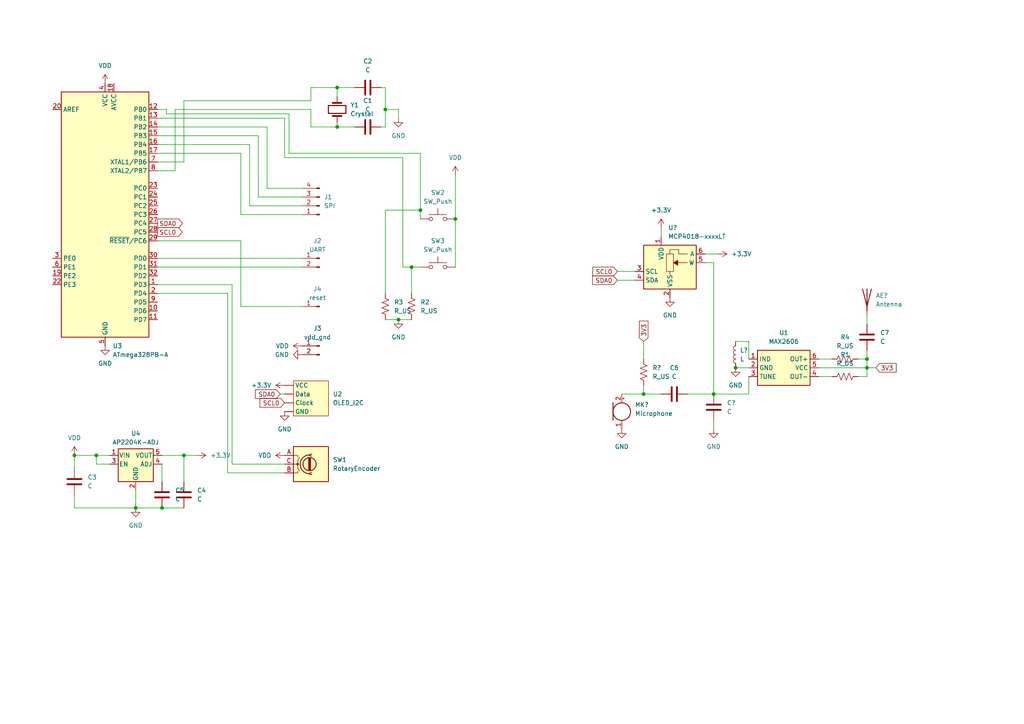
<source format=kicad_sch>
(kicad_sch (version 20230121) (generator eeschema)
  (paper "A4")
  (lib_symbols
    (symbol "Connector:Conn_01x01_Pin" (pin_names (offset 1.016) hide)
      (property "Reference" "J" (at 0 2.54 0))
      (property "Value" "Conn_01x01_Pin" (at 0 -2.54 0))
      (symbol "Conn_01x01_Pin_1_1"
        (polyline (pts (xy 1.27 0) (xy 0.8636 0)) (stroke (width 0.1524)))
        (rectangle (start 0.8636 0.127) (end 0 -0.127) (stroke (width 0.1524)) (fill (type outline)))
        (pin passive line (at 5.08 0 180) (length 3.81) (name "Pin_1") (number "1"))
      )
    )
    (symbol "Connector:Conn_01x02_Pin" (pin_names (offset 1.016) hide)
      (property "Reference" "J" (at 0 2.54 0))
      (property "Value" "Conn_01x02_Pin" (at 0 -5.08 0))
      (symbol "Conn_01x02_Pin_1_1"
        (polyline (pts (xy 1.27 -2.54) (xy 0.8636 -2.54)) (stroke (width 0.1524)))
        (polyline (pts (xy 1.27 0) (xy 0.8636 0)) (stroke (width 0.1524)))
        (rectangle (start 0.8636 -2.413) (end 0 -2.667) (stroke (width 0.1524)) (fill (type outline)))
        (rectangle (start 0.8636 0.127) (end 0 -0.127) (stroke (width 0.1524)) (fill (type outline)))
        (pin passive line (at 5.08 0 180) (length 3.81) (name "Pin_1") (number "1"))
        (pin passive line (at 5.08 -2.54 180) (length 3.81) (name "Pin_2") (number "2"))
      )
    )
    (symbol "Connector:Conn_01x04_Pin" (pin_names (offset 1.016) hide)
      (property "Reference" "J" (at 0 5.08 0))
      (property "Value" "Conn_01x04_Pin" (at 0 -7.62 0))
      (symbol "Conn_01x04_Pin_1_1"
        (polyline (pts (xy 1.27 -5.08) (xy 0.8636 -5.08)) (stroke (width 0.1524)))
        (polyline (pts (xy 1.27 -2.54) (xy 0.8636 -2.54)) (stroke (width 0.1524)))
        (polyline (pts (xy 1.27 0) (xy 0.8636 0)) (stroke (width 0.1524)))
        (polyline (pts (xy 1.27 2.54) (xy 0.8636 2.54)) (stroke (width 0.1524)))
        (rectangle (start 0.8636 -4.953) (end 0 -5.207) (stroke (width 0.1524)) (fill (type outline)))
        (rectangle (start 0.8636 -2.413) (end 0 -2.667) (stroke (width 0.1524)) (fill (type outline)))
        (rectangle (start 0.8636 0.127) (end 0 -0.127) (stroke (width 0.1524)) (fill (type outline)))
        (rectangle (start 0.8636 2.667) (end 0 2.413) (stroke (width 0.1524)) (fill (type outline)))
        (pin passive line (at 5.08 2.54 180) (length 3.81) (name "Pin_1") (number "1"))
        (pin passive line (at 5.08 0 180) (length 3.81) (name "Pin_2") (number "2"))
        (pin passive line (at 5.08 -2.54 180) (length 3.81) (name "Pin_3") (number "3"))
        (pin passive line (at 5.08 -5.08 180) (length 3.81) (name "Pin_4") (number "4"))
      )
    )
    (symbol "Device:Antenna" (pin_numbers hide) (pin_names (offset 1.016) hide)
      (property "Reference" "AE" (at -1.905 1.905 0))
      (property "Value" "Antenna" (at -1.905 0 0))
      (symbol "Antenna_0_1"
        (polyline (pts (xy 0 2.54) (xy 0 -3.81)) (stroke (width 0.254)))
        (polyline (pts (xy 1.27 2.54) (xy 0 -2.54) (xy -1.27 2.54)) (stroke (width 0.254)))
      )
      (symbol "Antenna_1_1"
        (pin input line (at 0 -5.08 90) (length 2.54) (name "A") (number "1"))
      )
    )
    (symbol "Device:C" (pin_numbers hide) (pin_names (offset 0.254))
      (property "Reference" "C" (at 0.635 2.54 0))
      (property "Value" "C" (at 0.635 -2.54 0))
      (symbol "C_0_1"
        (polyline (pts (xy -2.032 -0.762) (xy 2.032 -0.762)) (stroke (width 0.508)))
        (polyline (pts (xy -2.032 0.762) (xy 2.032 0.762)) (stroke (width 0.508)))
      )
      (symbol "C_1_1"
        (pin passive line (at 0 3.81 270) (length 2.794) (name "~") (number "1"))
        (pin passive line (at 0 -3.81 90) (length 2.794) (name "~") (number "2"))
      )
    )
    (symbol "Device:Crystal" (pin_numbers hide) (pin_names (offset 1.016) hide)
      (property "Reference" "Y" (at 0 3.81 0))
      (property "Value" "Crystal" (at 0 -3.81 0))
      (symbol "Crystal_0_1"
        (rectangle (start -1.143 2.54) (end 1.143 -2.54) (stroke (width 0.3048)))
        (polyline (pts (xy -2.54 0) (xy -1.905 0)))
        (polyline (pts (xy -1.905 -1.27) (xy -1.905 1.27)) (stroke (width 0.508)))
        (polyline (pts (xy 1.905 -1.27) (xy 1.905 1.27)) (stroke (width 0.508)))
        (polyline (pts (xy 2.54 0) (xy 1.905 0)))
      )
      (symbol "Crystal_1_1"
        (pin passive line (at -3.81 0 0) (length 1.27) (name "1") (number "1"))
        (pin passive line (at 3.81 0 180) (length 1.27) (name "2") (number "2"))
      )
    )
    (symbol "Device:L" (pin_numbers hide) (pin_names (offset 1.016) hide)
      (property "Reference" "L" (at -1.27 0 90))
      (property "Value" "L" (at 1.905 0 90))
      (symbol "L_0_1"
        (arc (start 0 -2.54) (mid 0.6323 -1.905) (end 0 -1.27))
        (arc (start 0 -1.27) (mid 0.6323 -0.635) (end 0 0))
        (arc (start 0 0) (mid 0.6323 0.635) (end 0 1.27))
        (arc (start 0 1.27) (mid 0.6323 1.905) (end 0 2.54))
      )
      (symbol "L_1_1"
        (pin passive line (at 0 3.81 270) (length 1.27) (name "1") (number "1"))
        (pin passive line (at 0 -3.81 90) (length 1.27) (name "2") (number "2"))
      )
    )
    (symbol "Device:Microphone" (pin_names (offset 0.0254) hide)
      (property "Reference" "MK" (at -3.81 1.27 0))
      (property "Value" "Microphone" (at -3.81 -0.635 0))
      (symbol "Microphone_0_1"
        (polyline (pts (xy -2.54 2.54) (xy -2.54 -2.54)) (stroke (width 0.254)))
        (polyline (pts (xy 0.254 3.81) (xy 0.762 3.81)))
        (polyline (pts (xy 0.508 4.064) (xy 0.508 3.556)))
        (circle (center 0 0) (radius 2.54) (stroke (width 0.254)))
      )
      (symbol "Microphone_1_1"
        (pin passive line (at 0 -5.08 90) (length 2.54) (name "-") (number "1"))
        (pin passive line (at 0 5.08 270) (length 2.54) (name "+") (number "2"))
      )
    )
    (symbol "Device:R_US" (pin_numbers hide) (pin_names (offset 0))
      (property "Reference" "R" (at 2.54 0 90))
      (property "Value" "R_US" (at -2.54 0 90))
      (symbol "R_US_0_1"
        (polyline (pts (xy 0 -2.286) (xy 0 -2.54)))
        (polyline (pts (xy 0 2.286) (xy 0 2.54)))
        (polyline (pts (xy 0 -0.762) (xy 1.016 -1.143) (xy 0 -1.524) (xy -1.016 -1.905) (xy 0 -2.286)))
        (polyline (pts (xy 0 0.762) (xy 1.016 0.381) (xy 0 0) (xy -1.016 -0.381) (xy 0 -0.762)))
        (polyline (pts (xy 0 2.286) (xy 1.016 1.905) (xy 0 1.524) (xy -1.016 1.143) (xy 0 0.762)))
      )
      (symbol "R_US_1_1"
        (pin passive line (at 0 3.81 270) (length 1.27) (name "~") (number "1"))
        (pin passive line (at 0 -3.81 90) (length 1.27) (name "~") (number "2"))
      )
    )
    (symbol "Device:RotaryEncoder" (pin_names (offset 0.254) hide)
      (property "Reference" "SW" (at 0 6.604 0))
      (property "Value" "RotaryEncoder" (at 0 -6.604 0))
      (symbol "RotaryEncoder_0_1"
        (rectangle (start -5.08 5.08) (end 5.08 -5.08) (stroke (width 0.254)) (fill (type background)))
        (circle (center -3.81 0) (radius 0.254) (fill (type outline)))
        (circle (center -0.381 0) (radius 1.905) (stroke (width 0.254)))
        (arc (start -0.381 2.667) (mid -3.0988 -0.0635) (end -0.381 -2.794) (stroke (width 0.254)))
        (polyline (pts (xy -0.635 -1.778) (xy -0.635 1.778)) (stroke (width 0.254)))
        (polyline (pts (xy -0.381 -1.778) (xy -0.381 1.778)) (stroke (width 0.254)))
        (polyline (pts (xy -0.127 1.778) (xy -0.127 -1.778)) (stroke (width 0.254)))
        (polyline (pts (xy -5.08 -2.54) (xy -3.81 -2.54) (xy -3.81 -2.032)))
        (polyline (pts (xy -5.08 2.54) (xy -3.81 2.54) (xy -3.81 2.032)))
        (polyline (pts (xy 0.254 -3.048) (xy -0.508 -2.794) (xy 0.127 -2.413)) (stroke (width 0.254)))
        (polyline (pts (xy 0.254 2.921) (xy -0.508 2.667) (xy 0.127 2.286)) (stroke (width 0.254)))
        (polyline (pts (xy -5.08 0) (xy -3.81 0) (xy -3.81 -1.016) (xy -3.302 -2.032)))
        (polyline (pts (xy -4.318 0) (xy -3.81 0) (xy -3.81 1.016) (xy -3.302 2.032)))
      )
      (symbol "RotaryEncoder_1_1"
        (pin passive line (at -7.62 2.54 0) (length 2.54) (name "A") (number "A"))
        (pin passive line (at -7.62 -2.54 0) (length 2.54) (name "B") (number "B"))
        (pin passive line (at -7.62 0 0) (length 2.54) (name "C") (number "C"))
      )
    )
    (symbol "GND_1" (power) (pin_names (offset 0))
      (property "Value" "GND_1" (at 0 -3.81 0))
      (symbol "GND_1_0_1"
        (polyline (pts (xy 0 0) (xy 0 -1.27) (xy 1.27 -1.27) (xy 0 -2.54) (xy -1.27 -1.27) (xy 0 -1.27)))
      )
      (symbol "GND_1_1_1"
        (pin power_in line (at 0 0 270) (length 0) hide (name "GND") (number "1"))
      )
    )
    (symbol "GND_2" (power) (pin_names (offset 0))
      (property "Value" "GND_2" (at 0 -3.81 0))
      (symbol "GND_2_0_1"
        (polyline (pts (xy 0 0) (xy 0 -1.27) (xy 1.27 -1.27) (xy 0 -2.54) (xy -1.27 -1.27) (xy 0 -1.27)))
      )
      (symbol "GND_2_1_1"
        (pin power_in line (at 0 0 270) (length 0) hide (name "GND") (number "1"))
      )
    )
    (symbol "MAX2606_1"
      (property "Reference" "U" (at 0 6.35 0))
      (property "Value" "MAX2606" (at 0 7.62 0))
      (symbol "MAX2606_1_0_1"
        (rectangle (start -7.62 5.08) (end 7.62 -5.08) (stroke (width 0.254)) (fill (type background)))
      )
      (symbol "MAX2606_1_1_1"
        (pin input line (at -10.16 2.54 0) (length 2.54) (name "IND") (number "1"))
        (pin bidirectional line (at -10.16 0 0) (length 2.54) (name "GND") (number "2"))
        (pin input line (at -10.16 -2.54 0) (length 2.54) (name "TUNE") (number "3"))
        (pin output line (at 10.16 -2.54 180) (length 2.54) (name "OUT-") (number "4"))
        (pin power_in line (at 10.16 0 180) (length 2.54) (name "VCC") (number "5"))
        (pin output line (at 10.16 2.54 180) (length 2.54) (name "OUT+") (number "6"))
      )
    )
    (symbol "MCU_Microchip_ATmega:ATmega328PB-A"
      (property "Reference" "U" (at -12.7 36.83 0))
      (property "Value" "ATmega328PB-A" (at 2.54 -36.83 0))
      (symbol "ATmega328PB-A_0_1"
        (rectangle (start -12.7 -35.56) (end 12.7 35.56) (stroke (width 0.254)) (fill (type background)))
      )
      (symbol "ATmega328PB-A_1_1"
        (pin bidirectional line (at 15.24 -20.32 180) (length 2.54) (name "PD3") (number "1"))
        (pin bidirectional line (at 15.24 -27.94 180) (length 2.54) (name "PD6") (number "10"))
        (pin bidirectional line (at 15.24 -30.48 180) (length 2.54) (name "PD7") (number "11"))
        (pin bidirectional line (at 15.24 30.48 180) (length 2.54) (name "PB0") (number "12"))
        (pin bidirectional line (at 15.24 27.94 180) (length 2.54) (name "PB1") (number "13"))
        (pin bidirectional line (at 15.24 25.4 180) (length 2.54) (name "PB2") (number "14"))
        (pin bidirectional line (at 15.24 22.86 180) (length 2.54) (name "PB3") (number "15"))
        (pin bidirectional line (at 15.24 20.32 180) (length 2.54) (name "PB4") (number "16"))
        (pin bidirectional line (at 15.24 17.78 180) (length 2.54) (name "PB5") (number "17"))
        (pin power_in line (at 2.54 38.1 270) (length 2.54) (name "AVCC") (number "18"))
        (pin bidirectional line (at -15.24 -17.78 0) (length 2.54) (name "PE2") (number "19"))
        (pin bidirectional line (at 15.24 -22.86 180) (length 2.54) (name "PD4") (number "2"))
        (pin passive line (at -15.24 30.48 0) (length 2.54) (name "AREF") (number "20"))
        (pin passive line (at 0 -38.1 90) (length 2.54) hide (name "GND") (number "21"))
        (pin bidirectional line (at -15.24 -20.32 0) (length 2.54) (name "PE3") (number "22"))
        (pin bidirectional line (at 15.24 7.62 180) (length 2.54) (name "PC0") (number "23"))
        (pin bidirectional line (at 15.24 5.08 180) (length 2.54) (name "PC1") (number "24"))
        (pin bidirectional line (at 15.24 2.54 180) (length 2.54) (name "PC2") (number "25"))
        (pin bidirectional line (at 15.24 0 180) (length 2.54) (name "PC3") (number "26"))
        (pin bidirectional line (at 15.24 -2.54 180) (length 2.54) (name "PC4") (number "27"))
        (pin bidirectional line (at 15.24 -5.08 180) (length 2.54) (name "PC5") (number "28"))
        (pin bidirectional line (at 15.24 -7.62 180) (length 2.54) (name "~{RESET}/PC6") (number "29"))
        (pin bidirectional line (at -15.24 -12.7 0) (length 2.54) (name "PE0") (number "3"))
        (pin bidirectional line (at 15.24 -12.7 180) (length 2.54) (name "PD0") (number "30"))
        (pin bidirectional line (at 15.24 -15.24 180) (length 2.54) (name "PD1") (number "31"))
        (pin bidirectional line (at 15.24 -17.78 180) (length 2.54) (name "PD2") (number "32"))
        (pin power_in line (at 0 38.1 270) (length 2.54) (name "VCC") (number "4"))
        (pin power_in line (at 0 -38.1 90) (length 2.54) (name "GND") (number "5"))
        (pin bidirectional line (at -15.24 -15.24 0) (length 2.54) (name "PE1") (number "6"))
        (pin bidirectional line (at 15.24 15.24 180) (length 2.54) (name "XTAL1/PB6") (number "7"))
        (pin bidirectional line (at 15.24 12.7 180) (length 2.54) (name "XTAL2/PB7") (number "8"))
        (pin bidirectional line (at 15.24 -25.4 180) (length 2.54) (name "PD5") (number "9"))
      )
    )
    (symbol "Potentiometer_Digital:MCP4018-xxxxLT"
      (property "Reference" "U" (at -7.62 8.89 0))
      (property "Value" "MCP4018-xxxxLT" (at 1.27 8.89 0))
      (symbol "MCP4018-xxxxLT_0_1"
        (polyline (pts (xy 0 0) (xy 0 -1.016)))
        (polyline (pts (xy 5.08 5.08) (xy 2.54 5.08) (xy 2.54 6.35) (xy 0 6.35) (xy 0 5.08)))
      )
      (symbol "MCP4018-xxxxLT_1_1"
        (rectangle (start -7.62 7.62) (end 7.62 -5.08) (stroke (width 0.254)) (fill (type background)))
        (polyline (pts (xy 5.08 2.54) (xy 2.286 2.54)))
        (polyline (pts (xy 2.286 1.778) (xy 2.286 3.302) (xy 1.016 2.54) (xy 2.286 1.778)) (fill (type outline)))
        (rectangle (start 1.016 0) (end -1.016 5.08))
        (pin power_in line (at -2.54 10.16 270) (length 2.54) (name "VDD") (number "1"))
        (pin power_in line (at 0 -7.62 90) (length 2.54) (name "VSS") (number "2"))
        (pin input line (at -10.16 0 0) (length 2.54) (name "SCL") (number "3"))
        (pin bidirectional line (at -10.16 -2.54 0) (length 2.54) (name "SDA") (number "4"))
        (pin passive line (at 10.16 2.54 180) (length 2.54) (name "W") (number "5"))
        (pin passive line (at 10.16 5.08 180) (length 2.54) (name "A") (number "6"))
      )
    )
    (symbol "Regulator_Linear:AP2204K-ADJ" (pin_names (offset 0.254))
      (property "Reference" "U" (at -5.08 5.715 0))
      (property "Value" "AP2204K-ADJ" (at 0 5.715 0))
      (symbol "AP2204K-ADJ_0_1"
        (rectangle (start -5.08 4.445) (end 5.08 -5.08) (stroke (width 0.254)) (fill (type background)))
      )
      (symbol "AP2204K-ADJ_1_1"
        (pin power_in line (at -7.62 2.54 0) (length 2.54) (name "VIN") (number "1"))
        (pin power_in line (at 0 -7.62 90) (length 2.54) (name "GND") (number "2"))
        (pin input line (at -7.62 0 0) (length 2.54) (name "EN") (number "3"))
        (pin input line (at 7.62 0 180) (length 2.54) (name "ADJ") (number "4"))
        (pin power_out line (at 7.62 2.54 180) (length 2.54) (name "VOUT") (number "5"))
      )
    )
    (symbol "Switch:SW_Push" (pin_numbers hide) (pin_names (offset 1.016) hide)
      (property "Reference" "SW" (at 1.27 2.54 0))
      (property "Value" "SW_Push" (at 0 -1.524 0))
      (symbol "SW_Push_0_1"
        (circle (center -2.032 0) (radius 0.508))
        (polyline (pts (xy 0 1.27) (xy 0 3.048)))
        (polyline (pts (xy 2.54 1.27) (xy -2.54 1.27)))
        (circle (center 2.032 0) (radius 0.508))
        (pin passive line (at -5.08 0 0) (length 2.54) (name "1") (number "1"))
        (pin passive line (at 5.08 0 180) (length 2.54) (name "2") (number "2"))
      )
    )
    (symbol "oled_lafvin:OLED_I2C"
      (property "Reference" "U" (at 6.35 1.27 0))
      (property "Value" "OLED_I2C" (at 10.16 3.81 0))
      (symbol "OLED_I2C_0_1"
        (rectangle (start -6.35 6.35) (end 3.81 -3.81) (fill (type background)))
      )
      (symbol "OLED_I2C_1_1"
        (pin input line (at -8.89 0 0) (length 2.54) (name "Clock") (number ""))
        (pin input line (at -8.89 2.54 0) (length 2.5) (name "Data") (number ""))
        (pin input line (at -8.89 -2.54 0) (length 2.54) (name "GND") (number ""))
        (pin input line (at -8.89 5.08 0) (length 2.54) (name "VCC") (number ""))
      )
    )
    (symbol "power:+3.3V" (power) (pin_names (offset 0))
      (property "Value" "+3.3V" (at 0 3.556 0))
      (symbol "+3.3V_0_1"
        (polyline (pts (xy -0.762 1.27) (xy 0 2.54)))
        (polyline (pts (xy 0 0) (xy 0 2.54)))
        (polyline (pts (xy 0 2.54) (xy 0.762 1.27)))
      )
      (symbol "+3.3V_1_1"
        (pin power_in line (at 0 0 90) (length 0) hide (name "+3.3V") (number "1"))
      )
    )
    (symbol "power:GND" (power) (pin_names (offset 0))
      (property "Value" "GND" (at 0 -3.81 0))
      (symbol "GND_0_1"
        (polyline (pts (xy 0 0) (xy 0 -1.27) (xy 1.27 -1.27) (xy 0 -2.54) (xy -1.27 -1.27) (xy 0 -1.27)))
      )
      (symbol "GND_1_1"
        (pin power_in line (at 0 0 270) (length 0) hide (name "GND") (number "1"))
      )
    )
    (symbol "power:VDD" (power) (pin_names (offset 0))
      (property "Value" "VDD" (at 0 3.81 0))
      (symbol "VDD_0_1"
        (polyline (pts (xy -0.762 1.27) (xy 0 2.54)))
        (polyline (pts (xy 0 0) (xy 0 2.54)))
        (polyline (pts (xy 0 2.54) (xy 0.762 1.27)))
      )
      (symbol "VDD_1_1"
        (pin power_in line (at 0 0 90) (length 0) hide (name "VDD") (number "1"))
      )
    )
  )
  (junction (at 97.79 25.4))
  (junction (at 97.79 36.83))
  (junction (at 251.46 106.68))
  (junction (at 119.38 77.47))
  (junction (at 207.01 114.3))
  (junction (at 21.59 132.08))
  (junction (at 115.57 92.71))
  (junction (at 132.08 63.5))
  (junction (at 251.46 104.14))
  (junction (at 46.99 147.32))
  (junction (at 111.76 31.75))
  (junction (at 27.94 132.08))
  (junction (at 121.92 60.96))
  (junction (at 213.36 106.68))
  (junction (at 39.37 147.32))
  (junction (at 186.69 114.3))
  (junction (at 53.34 132.08))
  (wire (pts (xy 97.79 27.94) (xy 97.79 25.4)))
  (wire (pts (xy 251.46 101.6) (xy 251.46 104.14)))
  (wire (pts (xy 207.01 76.2) (xy 204.47 76.2)))
  (wire (pts (xy 207.01 76.2) (xy 207.01 114.3)))
  (wire (pts (xy 115.57 31.75) (xy 111.76 31.75)))
  (wire (pts (xy 45.72 49.53) (xy 50.8 49.53)))
  (wire (pts (xy 45.72 82.55) (xy 67.31 82.55)))
  (wire (pts (xy 90.17 36.83) (xy 97.79 36.83)))
  (wire (pts (xy 90.17 25.4) (xy 90.17 29.21)))
  (wire (pts (xy 27.94 132.08) (xy 21.59 132.08)))
  (wire (pts (xy 207.01 114.3) (xy 217.17 114.3)))
  (wire (pts (xy 77.47 36.83) (xy 77.47 54.61)))
  (wire (pts (xy 121.92 60.96) (xy 111.76 60.96)))
  (wire (pts (xy 213.36 99.06) (xy 217.17 99.06)))
  (wire (pts (xy 237.49 106.68) (xy 251.46 106.68)))
  (wire (pts (xy 31.75 132.08) (xy 27.94 132.08)))
  (wire (pts (xy 251.46 104.14) (xy 251.46 106.68)))
  (wire (pts (xy 45.72 41.91) (xy 72.39 41.91)))
  (wire (pts (xy 111.76 25.4) (xy 111.76 31.75)))
  (wire (pts (xy 45.72 34.29) (xy 82.55 34.29)))
  (wire (pts (xy 111.76 92.71) (xy 115.57 92.71)))
  (wire (pts (xy 217.17 109.22) (xy 217.17 114.3)))
  (wire (pts (xy 110.49 25.4) (xy 111.76 25.4)))
  (wire (pts (xy 213.36 106.68) (xy 217.17 106.68)))
  (wire (pts (xy 39.37 142.24) (xy 39.37 147.32)))
  (wire (pts (xy 97.79 36.83) (xy 102.87 36.83)))
  (wire (pts (xy 248.92 104.14) (xy 251.46 104.14)))
  (wire (pts (xy 53.34 29.21) (xy 53.34 46.99)))
  (wire (pts (xy 39.37 147.32) (xy 21.59 147.32)))
  (wire (pts (xy 45.72 39.37) (xy 74.93 39.37)))
  (wire (pts (xy 111.76 31.75) (xy 111.76 36.83)))
  (wire (pts (xy 39.37 147.32) (xy 46.99 147.32)))
  (wire (pts (xy 83.82 33.02) (xy 83.82 44.45)))
  (wire (pts (xy 48.26 31.75) (xy 48.26 33.02)))
  (wire (pts (xy 67.31 134.62) (xy 82.55 134.62)))
  (wire (pts (xy 115.57 34.29) (xy 115.57 31.75)))
  (wire (pts (xy 46.99 134.62) (xy 46.99 139.7)))
  (wire (pts (xy 179.07 78.74) (xy 184.15 78.74)))
  (wire (pts (xy 208.28 73.66) (xy 204.47 73.66)))
  (wire (pts (xy 45.72 69.85) (xy 69.85 69.85)))
  (wire (pts (xy 119.38 77.47) (xy 119.38 85.09)))
  (wire (pts (xy 116.84 77.47) (xy 119.38 77.47)))
  (wire (pts (xy 186.69 114.3) (xy 186.69 111.76)))
  (wire (pts (xy 207.01 124.46) (xy 207.01 121.92)))
  (wire (pts (xy 46.99 147.32) (xy 53.34 147.32)))
  (wire (pts (xy 53.34 46.99) (xy 45.72 46.99)))
  (wire (pts (xy 248.92 109.22) (xy 251.46 109.22)))
  (wire (pts (xy 48.26 33.02) (xy 83.82 33.02)))
  (wire (pts (xy 74.93 57.15) (xy 87.63 57.15)))
  (wire (pts (xy 74.93 39.37) (xy 74.93 57.15)))
  (wire (pts (xy 45.72 31.75) (xy 48.26 31.75)))
  (wire (pts (xy 31.75 134.62) (xy 27.94 134.62)))
  (wire (pts (xy 21.59 132.08) (xy 21.59 135.89)))
  (wire (pts (xy 53.34 132.08) (xy 46.99 132.08)))
  (wire (pts (xy 251.46 106.68) (xy 254 106.68)))
  (wire (pts (xy 180.34 114.3) (xy 186.69 114.3)))
  (wire (pts (xy 53.34 29.21) (xy 90.17 29.21)))
  (wire (pts (xy 121.92 44.45) (xy 121.92 60.96)))
  (wire (pts (xy 237.49 109.22) (xy 241.3 109.22)))
  (wire (pts (xy 66.04 137.16) (xy 82.55 137.16)))
  (wire (pts (xy 179.07 81.28) (xy 184.15 81.28)))
  (wire (pts (xy 45.72 44.45) (xy 69.85 44.45)))
  (wire (pts (xy 132.08 50.8) (xy 132.08 63.5)))
  (wire (pts (xy 115.57 92.71) (xy 119.38 92.71)))
  (wire (pts (xy 102.87 25.4) (xy 97.79 25.4)))
  (wire (pts (xy 69.85 69.85) (xy 69.85 88.9)))
  (wire (pts (xy 45.72 77.47) (xy 87.63 77.47)))
  (wire (pts (xy 72.39 41.91) (xy 72.39 59.69)))
  (wire (pts (xy 111.76 36.83) (xy 110.49 36.83)))
  (wire (pts (xy 45.72 85.09) (xy 66.04 85.09)))
  (wire (pts (xy 82.55 45.72) (xy 116.84 45.72)))
  (wire (pts (xy 83.82 44.45) (xy 121.92 44.45)))
  (wire (pts (xy 50.8 31.75) (xy 90.17 31.75)))
  (wire (pts (xy 199.39 114.3) (xy 207.01 114.3)))
  (wire (pts (xy 116.84 45.72) (xy 116.84 77.47)))
  (wire (pts (xy 72.39 59.69) (xy 87.63 59.69)))
  (wire (pts (xy 97.79 25.4) (xy 90.17 25.4)))
  (wire (pts (xy 53.34 132.08) (xy 53.34 139.7)))
  (wire (pts (xy 69.85 88.9) (xy 87.63 88.9)))
  (wire (pts (xy 21.59 143.51) (xy 21.59 147.32)))
  (wire (pts (xy 67.31 82.55) (xy 67.31 134.62)))
  (wire (pts (xy 57.15 132.08) (xy 53.34 132.08)))
  (wire (pts (xy 82.55 34.29) (xy 82.55 45.72)))
  (wire (pts (xy 251.46 91.44) (xy 251.46 93.98)))
  (wire (pts (xy 97.79 35.56) (xy 97.79 36.83)))
  (wire (pts (xy 69.85 62.23) (xy 87.63 62.23)))
  (wire (pts (xy 191.77 114.3) (xy 186.69 114.3)))
  (wire (pts (xy 132.08 63.5) (xy 132.08 77.47)))
  (wire (pts (xy 251.46 109.22) (xy 251.46 106.68)))
  (wire (pts (xy 66.04 85.09) (xy 66.04 137.16)))
  (wire (pts (xy 77.47 54.61) (xy 87.63 54.61)))
  (wire (pts (xy 186.69 99.06) (xy 186.69 104.14)))
  (wire (pts (xy 191.77 66.04) (xy 191.77 68.58)))
  (wire (pts (xy 119.38 77.47) (xy 121.92 77.47)))
  (wire (pts (xy 217.17 99.06) (xy 217.17 104.14)))
  (wire (pts (xy 90.17 31.75) (xy 90.17 36.83)))
  (wire (pts (xy 45.72 36.83) (xy 77.47 36.83)))
  (wire (pts (xy 69.85 44.45) (xy 69.85 62.23)))
  (wire (pts (xy 81.28 114.3) (xy 82.55 114.3)))
  (wire (pts (xy 27.94 132.08) (xy 27.94 134.62)))
  (wire (pts (xy 237.49 104.14) (xy 241.3 104.14)))
  (wire (pts (xy 50.8 31.75) (xy 50.8 49.53)))
  (wire (pts (xy 111.76 60.96) (xy 111.76 85.09)))
  (wire (pts (xy 121.92 60.96) (xy 121.92 63.5)))
  (wire (pts (xy 45.72 74.93) (xy 87.63 74.93)))
  (global_label "SDA0" (shape input) (at 179.07 81.28 180) (property "Intersheetrefs" "${INTERSHEET_REFS}" (effects hide)))
  (global_label "SDA0" (shape output) (at 45.72 64.77 0) (property "Intersheetrefs" "${INTERSHEET_REFS}" (effects hide)))
  (global_label "SCL0" (shape input) (at 82.55 116.84 180) (property "Intersheetrefs" "${INTERSHEET_REFS}" (effects hide)))
  (global_label "SCL0" (shape output) (at 45.72 67.31 0) (property "Intersheetrefs" "${INTERSHEET_REFS}" (effects hide)))
  (global_label "3V3" (shape input) (at 254 106.68 0) (property "Intersheetrefs" "${INTERSHEET_REFS}" (effects hide)))
  (global_label "3V3" (shape input) (at 186.69 99.06 90) (property "Intersheetrefs" "${INTERSHEET_REFS}" (effects hide)))
  (global_label "SDA0" (shape input) (at 81.28 114.3 180) (property "Intersheetrefs" "${INTERSHEET_REFS}" (effects hide)))
  (global_label "SCL0" (shape input) (at 179.07 78.74 180) (property "Intersheetrefs" "${INTERSHEET_REFS}" (effects hide)))
  (symbol (lib_id "power:+3.3V") (at 57.15 132.08 270) (unit 1)
    (property "Reference" "#PWR07" (effects hide))
    (property "Value" "+3.3V" (at 60.96 132.08 90) (effects (justify left)))
  )
  (symbol (lib_id "oled_lafvin:OLED_I2C") (at 91.44 116.84 0) (unit 1)
    (property "Reference" "U2" (at 96.52 114.2999 0) (effects (justify left)))
    (property "Value" "OLED_I2C" (at 96.52 116.8399 0) (effects (justify left)))
    (property "Footprint" "Connector_PinHeader_2.54mm:PinHeader_1x04_P2.54mm_Vertical" (effects hide))
  )
  (symbol (lib_id "Device:C") (at 53.34 143.51 0) (unit 1)
    (property "Reference" "C4" (at 57.15 142.2399 0) (effects (justify left)))
    (property "Value" "C" (at 57.15 144.7799 0) (effects (justify left)))
    (property "Footprint" "Capacitor_SMD:C_0603_1608Metric" (effects hide))
  )
  (symbol (lib_id "Device:Crystal") (at 97.79 31.75 90) (unit 1)
    (property "Reference" "Y1" (at 101.6 30.4799 90) (effects (justify right)))
    (property "Value" "Crystal" (at 101.6 33.0199 90) (effects (justify right)))
    (property "Footprint" "Oscillator:Oscillator_SMD_Abracon_ASDMB-4Pin_2.5x2.0mm" (effects hide))
  )
  (symbol (lib_id "power:GND") (at 115.57 34.29 0) (unit 1)
    (property "Reference" "#PWR0103" (effects hide))
    (property "Value" "GND" (at 115.57 39.37 0))
  )
  (symbol (lib_id "power:GND") (at 180.34 124.46 0) (unit 1)
    (property "Reference" "#PWR?" (effects hide))
    (property "Value" "GND" (at 180.34 129.54 0))
  )
  (symbol (lib_id "Device:C") (at 251.46 97.79 0) (unit 1)
    (property "Reference" "C7" (at 255.27 96.5199 0) (effects (justify left)))
    (property "Value" "C" (at 255.27 99.0599 0) (effects (justify left)))
    (property "Footprint" "Capacitor_SMD:C_0603_1608Metric" (effects hide))
  )
  (symbol (lib_id "power:GND") (at 213.36 106.68 0) (unit 1)
    (property "Reference" "#PWR?" (effects hide))
    (property "Value" "GND" (at 213.36 111.76 0))
  )
  (symbol (lib_id "Regulator_Linear:AP2204K-ADJ") (at 39.37 134.62 0) (unit 1)
    (property "Reference" "U4" (at 39.37 125.73 0))
    (property "Value" "AP2204K-ADJ" (at 39.37 128.27 0))
    (property "Footprint" "Package_TO_SOT_SMD:SOT-23-5" (effects hide))
    (property "Datasheet" "https://www.diodes.com/assets/Datasheets/AP2204.pdf" (effects hide))
  )
  (symbol (lib_id "power:GND") (at 115.57 92.71 0) (unit 1)
    (property "Reference" "#PWR014" (effects hide))
    (property "Value" "GND" (at 115.57 97.79 0))
  )
  (symbol (lib_id "Device:Antenna") (at 251.46 86.36 0) (unit 1)
    (property "Reference" "AE?" (at 254 85.7249 0) (effects (justify left)))
    (property "Value" "Antenna" (at 254 88.2649 0) (effects (justify left)))
  )
  (symbol (lib_id "power:VDD") (at 132.08 50.8 0) (unit 1)
    (property "Reference" "#PWR013" (effects hide))
    (property "Value" "VDD" (at 132.08 45.72 0))
  )
  (symbol (lib_name "GND_1") (lib_id "power:GND") (at 87.63 102.87 270) (unit 1)
    (property "Reference" "#PWR03" (effects hide))
    (property "Value" "GND" (at 83.82 102.87 90) (effects (justify right)))
  )
  (symbol (lib_id "Connector:Conn_01x04_Pin") (at 92.71 59.69 180) (unit 1)
    (property "Reference" "J1" (at 93.98 57.15 0) (effects (justify right)))
    (property "Value" "SPI" (at 93.98 59.69 0) (effects (justify right)))
    (property "Footprint" "Connector_PinHeader_2.54mm:PinHeader_1x04_P2.54mm_Vertical" (effects hide))
  )
  (symbol (lib_id "Device:C") (at 21.59 139.7 0) (unit 1)
    (property "Reference" "C3" (at 25.4 138.4299 0) (effects (justify left)))
    (property "Value" "C" (at 25.4 140.9699 0) (effects (justify left)))
    (property "Footprint" "Capacitor_SMD:C_0603_1608Metric" (effects hide))
  )
  (symbol (lib_id "Connector:Conn_01x02_Pin") (at 92.71 100.33 0) (mirror y) (unit 1)
    (property "Reference" "J3" (at 92.075 95.25 0))
    (property "Value" "vdd_gnd" (at 92.075 97.79 0))
    (property "Footprint" "Connector_PinHeader_2.54mm:PinHeader_1x02_P2.54mm_Vertical" (effects hide))
  )
  (symbol (lib_id "Device:C") (at 106.68 25.4 90) (unit 1)
    (property "Reference" "C2" (at 106.68 17.78 90))
    (property "Value" "C" (at 106.68 20.32 90))
    (property "Footprint" "Capacitor_SMD:C_0603_1608Metric" (effects hide))
  )
  (symbol (lib_id "Device:R_US") (at 245.11 109.22 270) (unit 1)
    (property "Reference" "R1" (at 245.11 102.87 90))
    (property "Value" "R_US" (at 245.11 105.41 90))
    (property "Footprint" "Resistor_SMD:R_0603_1608Metric" (effects hide))
  )
  (symbol (lib_id "power:VDD") (at 21.59 132.08 0) (unit 1)
    (property "Reference" "#PWR04" (effects hide))
    (property "Value" "VDD" (at 21.59 127 0))
  )
  (symbol (lib_id "Device:R_US") (at 186.69 107.95 180) (unit 1)
    (property "Reference" "R?" (at 189.23 106.6799 0) (effects (justify right)))
    (property "Value" "R_US" (at 189.23 109.2199 0) (effects (justify right)))
    (property "Footprint" "Resistor_SMD:R_0603_1608Metric" (effects hide))
  )
  (symbol (lib_id "power:+3.3V") (at 208.28 73.66 270) (unit 1)
    (property "Reference" "#PWR08" (effects hide))
    (property "Value" "+3.3V" (at 212.09 73.66 90) (effects (justify left)))
  )
  (symbol (lib_id "power:VDD") (at 87.63 100.33 90) (unit 1)
    (property "Reference" "#PWR05" (effects hide))
    (property "Value" "VDD" (at 83.82 100.33 90) (effects (justify left)))
  )
  (symbol (lib_id "Device:R_US") (at 245.11 104.14 270) (unit 1)
    (property "Reference" "R4" (at 245.11 97.79 90))
    (property "Value" "R_US" (at 245.11 100.33 90))
    (property "Footprint" "Resistor_SMD:R_0603_1608Metric" (effects hide))
  )
  (symbol (lib_id "Connector:Conn_01x02_Pin") (at 92.71 74.93 0) (mirror y) (unit 1)
    (property "Reference" "J2" (at 92.075 69.85 0))
    (property "Value" "UART" (at 92.075 72.39 0))
    (property "Footprint" "Connector_PinHeader_2.54mm:PinHeader_1x02_P2.54mm_Vertical" (effects hide))
  )
  (symbol (lib_name "MAX2606_1") (lib_id "max2606:MAX2606") (at 227.33 106.68 0) (unit 1)
    (property "Reference" "U1" (at 227.33 96.52 0))
    (property "Value" "MAX2606" (at 227.33 99.06 0))
  )
  (symbol (lib_id "Device:Microphone") (at 180.34 119.38 0) (unit 1)
    (property "Reference" "MK?" (at 184.15 117.4114 0) (effects (justify left)))
    (property "Value" "Microphone" (at 184.15 119.9514 0) (effects (justify left)))
    (property "Footprint" "Connector_PinHeader_2.54mm:PinHeader_1x02_P2.54mm_Vertical" (effects hide))
  )
  (symbol (lib_id "power:+3.3V") (at 191.77 66.04 0) (unit 1)
    (property "Reference" "#PWR09" (effects hide))
    (property "Value" "+3.3V" (at 191.77 60.96 0))
  )
  (symbol (lib_id "Connector:Conn_01x01_Pin") (at 92.71 88.9 0) (mirror y) (unit 1)
    (property "Reference" "J4" (at 92.075 83.82 0))
    (property "Value" "reset" (at 92.075 86.36 0))
    (property "Footprint" "Connector_PinHeader_2.54mm:PinHeader_1x01_P2.54mm_Vertical" (effects hide))
  )
  (symbol (lib_id "power:+3.3V") (at 82.55 111.76 90) (unit 1)
    (property "Reference" "#PWR010" (effects hide))
    (property "Value" "+3.3V" (at 78.74 111.76 90) (effects (justify left)))
  )
  (symbol (lib_id "Device:RotaryEncoder") (at 90.17 134.62 0) (unit 1)
    (property "Reference" "SW1" (at 96.52 133.35 0) (effects (justify left)))
    (property "Value" "RotaryEncoder" (at 96.52 135.89 0) (effects (justify left)))
    (property "Footprint" "Connector_PinHeader_2.54mm:PinHeader_1x03_P2.54mm_Vertical" (effects hide))
  )
  (symbol (lib_id "Device:C") (at 46.99 143.51 0) (unit 1)
    (property "Reference" "C5" (at 50.8 142.2399 0) (effects (justify left)))
    (property "Value" "C" (at 50.8 144.7799 0) (effects (justify left)))
    (property "Footprint" "Capacitor_SMD:C_0603_1608Metric" (effects hide))
  )
  (symbol (lib_id "Device:C") (at 106.68 36.83 90) (unit 1)
    (property "Reference" "C1" (at 106.68 29.21 90))
    (property "Value" "C" (at 106.68 31.75 90))
    (property "Footprint" "Capacitor_SMD:C_0603_1608Metric" (effects hide))
  )
  (symbol (lib_id "Device:R_US") (at 119.38 88.9 180) (unit 1)
    (property "Reference" "R2" (at 121.92 87.6299 0) (effects (justify right)))
    (property "Value" "R_US" (at 121.92 90.1699 0) (effects (justify right)))
    (property "Footprint" "Resistor_SMD:R_0603_1608Metric" (effects hide))
  )
  (symbol (lib_id "power:VDD") (at 30.48 24.13 0) (unit 1)
    (property "Reference" "#PWR06" (effects hide))
    (property "Value" "VDD" (at 30.48 19.05 0))
  )
  (symbol (lib_id "Switch:SW_Push") (at 127 77.47 0) (unit 1)
    (property "Reference" "SW3" (at 127 69.85 0))
    (property "Value" "SW_Push" (at 127 72.39 0))
  )
  (symbol (lib_id "power:VDD") (at 82.55 132.08 90) (unit 1)
    (property "Reference" "#PWR012" (effects hide))
    (property "Value" "VDD" (at 78.74 132.08 90) (effects (justify left)))
  )
  (symbol (lib_id "Switch:SW_Push") (at 127 63.5 0) (unit 1)
    (property "Reference" "SW2" (at 127 55.88 0))
    (property "Value" "SW_Push" (at 127 58.42 0))
  )
  (symbol (lib_name "GND_2") (lib_id "power:GND") (at 39.37 147.32 0) (unit 1)
    (property "Reference" "#PWR011" (effects hide))
    (property "Value" "GND" (at 39.37 152.4 0))
  )
  (symbol (lib_id "power:GND") (at 194.31 86.36 0) (unit 1)
    (property "Reference" "#PWR?" (effects hide))
    (property "Value" "GND" (at 194.31 91.44 0))
  )
  (symbol (lib_id "Device:C") (at 207.01 118.11 0) (unit 1)
    (property "Reference" "C?" (at 210.82 116.8399 0) (effects (justify left)))
    (property "Value" "C" (at 210.82 119.3799 0) (effects (justify left)))
    (property "Footprint" "Capacitor_SMD:C_0603_1608Metric" (effects hide))
  )
  (symbol (lib_id "Device:R_US") (at 111.76 88.9 180) (unit 1)
    (property "Reference" "R3" (at 114.3 87.6299 0) (effects (justify right)))
    (property "Value" "R_US" (at 114.3 90.1699 0) (effects (justify right)))
    (property "Footprint" "Resistor_SMD:R_0603_1608Metric" (effects hide))
  )
  (symbol (lib_id "Device:L") (at 213.36 102.87 180) (unit 1)
    (property "Reference" "L?" (at 214.63 101.5999 0) (effects (justify right)))
    (property "Value" "L" (at 214.63 104.1399 0) (effects (justify right)))
    (property "Footprint" "Inductor_SMD:L_0603_1608Metric" (effects hide))
  )
  (symbol (lib_id "power:GND") (at 207.01 124.46 0) (unit 1)
    (property "Reference" "#PWR?" (effects hide))
    (property "Value" "GND" (at 207.01 129.54 0))
  )
  (symbol (lib_name "GND_2") (lib_id "power:GND") (at 30.48 100.33 0) (unit 1)
    (property "Reference" "#PWR02" (effects hide))
    (property "Value" "GND" (at 30.48 105.41 0))
  )
  (symbol (lib_name "GND_1") (lib_id "power:GND") (at 82.55 119.38 0) (unit 1)
    (property "Reference" "#PWR01" (effects hide))
    (property "Value" "GND" (at 82.55 124.46 0))
  )
  (symbol (lib_id "MCU_Microchip_ATmega:ATmega328PB-A") (at 30.48 62.23 0) (unit 1)
    (property "Reference" "U3" (at 32.6741 100.33 0) (effects (justify left)))
    (property "Value" "ATmega328PB-A" (at 32.6741 102.87 0) (effects (justify left)))
    (property "Footprint" "Package_QFP:TQFP-32_7x7mm_P0.8mm" (effects hide))
    (property "Datasheet" "http://ww1.microchip.com/downloads/en/DeviceDoc/40001906C.pdf" (effects hide))
  )
  (symbol (lib_id "Potentiometer_Digital:MCP4018-xxxxLT") (at 194.31 78.74 0) (unit 1)
    (property "Reference" "U?" (at 193.7894 66.04 0) (effects (justify left)))
    (property "Value" "MCP4018-xxxxLT" (at 193.7894 68.58 0) (effects (justify left)))
    (property "Footprint" "Package_TO_SOT_SMD:SOT-363_SC-70-6" (effects hide))
    (property "Datasheet" "http://ww1.microchip.com/downloads/en/DeviceDoc/22147a.pdf" (effects hide))
  )
  (symbol (lib_id "Device:C") (at 195.58 114.3 90) (unit 1)
    (property "Reference" "C6" (at 195.58 106.68 90))
    (property "Value" "C" (at 195.58 109.22 90))
    (property "Footprint" "Capacitor_SMD:C_0603_1608Metric" (effects hide))
  )
)
</source>
